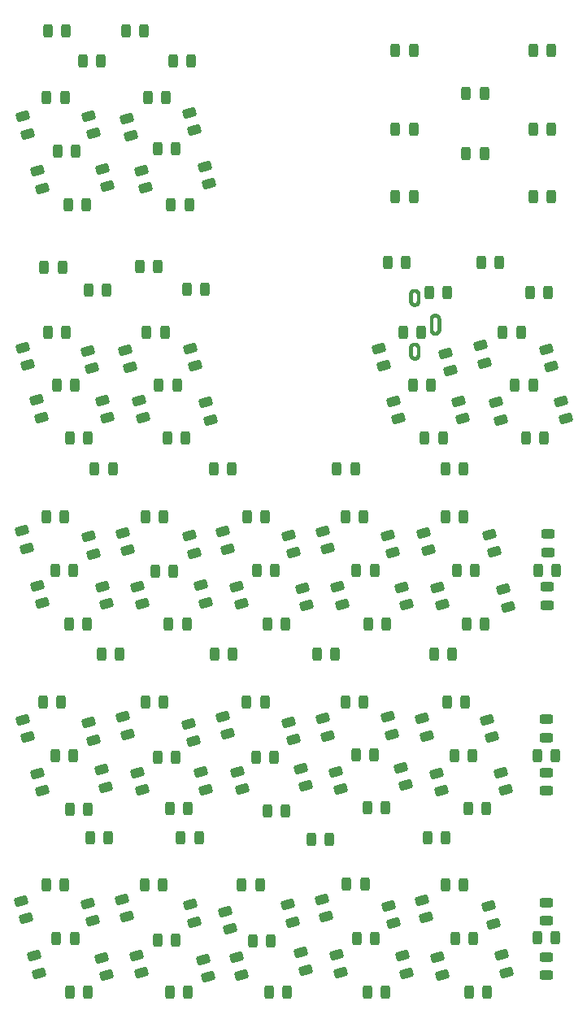
<source format=gbr>
G04 #@! TF.GenerationSoftware,KiCad,Pcbnew,7.0.5*
G04 #@! TF.CreationDate,2025-03-16T19:14:48-05:00*
G04 #@! TF.ProjectId,DSKY_led_display,44534b59-5f6c-4656-945f-646973706c61,V7*
G04 #@! TF.SameCoordinates,Original*
G04 #@! TF.FileFunction,Paste,Bot*
G04 #@! TF.FilePolarity,Positive*
%FSLAX46Y46*%
G04 Gerber Fmt 4.6, Leading zero omitted, Abs format (unit mm)*
G04 Created by KiCad (PCBNEW 7.0.5) date 2025-03-16 19:14:48*
%MOMM*%
%LPD*%
G01*
G04 APERTURE LIST*
G04 Aperture macros list*
%AMRoundRect*
0 Rectangle with rounded corners*
0 $1 Rounding radius*
0 $2 $3 $4 $5 $6 $7 $8 $9 X,Y pos of 4 corners*
0 Add a 4 corners polygon primitive as box body*
4,1,4,$2,$3,$4,$5,$6,$7,$8,$9,$2,$3,0*
0 Add four circle primitives for the rounded corners*
1,1,$1+$1,$2,$3*
1,1,$1+$1,$4,$5*
1,1,$1+$1,$6,$7*
1,1,$1+$1,$8,$9*
0 Add four rect primitives between the rounded corners*
20,1,$1+$1,$2,$3,$4,$5,0*
20,1,$1+$1,$4,$5,$6,$7,0*
20,1,$1+$1,$6,$7,$8,$9,0*
20,1,$1+$1,$8,$9,$2,$3,0*%
G04 Aperture macros list end*
%ADD10C,0.005000*%
%ADD11RoundRect,0.243750X-0.243750X-0.456250X0.243750X-0.456250X0.243750X0.456250X-0.243750X0.456250X0*%
%ADD12RoundRect,0.243750X-0.503791X0.117358X-0.377617X-0.353531X0.503791X-0.117358X0.377617X0.353531X0*%
%ADD13RoundRect,0.243750X0.503791X-0.117358X0.377617X0.353531X-0.503791X0.117358X-0.377617X-0.353531X0*%
%ADD14RoundRect,0.243750X0.456250X-0.243750X0.456250X0.243750X-0.456250X0.243750X-0.456250X-0.243750X0*%
G04 APERTURE END LIST*
G04 #@! TO.C,J1*
D10*
X78800000Y-70550000D02*
X78799246Y-70578785D01*
X78796987Y-70607491D01*
X78793229Y-70636039D01*
X78787981Y-70664351D01*
X78781259Y-70692350D01*
X78773081Y-70719959D01*
X78763469Y-70747102D01*
X78752450Y-70773705D01*
X78740054Y-70799695D01*
X78726314Y-70825000D01*
X78711269Y-70849551D01*
X78694959Y-70873282D01*
X78677430Y-70896126D01*
X78658730Y-70918022D01*
X78638909Y-70938909D01*
X78618022Y-70958730D01*
X78596126Y-70977430D01*
X78573282Y-70994959D01*
X78549551Y-71011269D01*
X78525000Y-71026314D01*
X78499695Y-71040054D01*
X78473705Y-71052450D01*
X78447102Y-71063469D01*
X78419959Y-71073081D01*
X78392350Y-71081259D01*
X78364351Y-71087981D01*
X78336039Y-71093229D01*
X78307491Y-71096987D01*
X78278785Y-71099246D01*
X78250000Y-71100000D01*
X78221215Y-71099246D01*
X78192509Y-71096987D01*
X78163961Y-71093229D01*
X78135649Y-71087981D01*
X78107650Y-71081259D01*
X78080041Y-71073081D01*
X78052898Y-71063469D01*
X78026295Y-71052450D01*
X78000305Y-71040054D01*
X77975000Y-71026314D01*
X77950449Y-71011269D01*
X77926718Y-70994959D01*
X77903874Y-70977430D01*
X77881978Y-70958730D01*
X77861091Y-70938909D01*
X77841270Y-70918022D01*
X77822570Y-70896126D01*
X77805041Y-70873282D01*
X77788731Y-70849551D01*
X77773686Y-70825000D01*
X77759946Y-70799695D01*
X77747550Y-70773705D01*
X77736531Y-70747102D01*
X77726919Y-70719959D01*
X77718741Y-70692350D01*
X77712019Y-70664351D01*
X77706771Y-70636039D01*
X77703013Y-70607491D01*
X77700754Y-70578785D01*
X77700000Y-70550000D01*
X78000000Y-70550000D01*
X78000343Y-70563084D01*
X78001370Y-70576132D01*
X78003078Y-70589109D01*
X78005463Y-70601978D01*
X78008519Y-70614705D01*
X78012236Y-70627254D01*
X78016605Y-70639592D01*
X78021614Y-70651684D01*
X78027248Y-70663498D01*
X78033494Y-70675000D01*
X78040332Y-70686160D01*
X78047746Y-70696946D01*
X78055714Y-70707330D01*
X78064214Y-70717283D01*
X78073223Y-70726777D01*
X78082717Y-70735786D01*
X78092670Y-70744286D01*
X78103054Y-70752254D01*
X78113840Y-70759668D01*
X78125000Y-70766506D01*
X78136502Y-70772752D01*
X78148316Y-70778386D01*
X78160408Y-70783395D01*
X78172746Y-70787764D01*
X78185295Y-70791481D01*
X78198022Y-70794537D01*
X78210891Y-70796922D01*
X78223868Y-70798630D01*
X78236916Y-70799657D01*
X78250000Y-70800000D01*
X78263084Y-70799657D01*
X78276132Y-70798630D01*
X78289109Y-70796922D01*
X78301978Y-70794537D01*
X78314705Y-70791481D01*
X78327254Y-70787764D01*
X78339592Y-70783395D01*
X78351684Y-70778386D01*
X78363498Y-70772752D01*
X78375000Y-70766506D01*
X78386160Y-70759668D01*
X78396946Y-70752254D01*
X78407330Y-70744286D01*
X78417283Y-70735786D01*
X78426777Y-70726777D01*
X78435786Y-70717283D01*
X78444286Y-70707330D01*
X78452254Y-70696946D01*
X78459668Y-70686160D01*
X78466506Y-70675000D01*
X78472752Y-70663498D01*
X78478386Y-70651684D01*
X78483395Y-70639592D01*
X78487764Y-70627254D01*
X78491481Y-70614705D01*
X78494537Y-70601978D01*
X78496922Y-70589109D01*
X78498630Y-70576132D01*
X78499657Y-70563084D01*
X78500000Y-70550000D01*
X78500000Y-70200000D01*
X78500000Y-69850000D01*
X78499657Y-69836916D01*
X78498630Y-69823868D01*
X78496922Y-69810891D01*
X78494537Y-69798022D01*
X78491481Y-69785295D01*
X78487764Y-69772746D01*
X78483395Y-69760408D01*
X78478386Y-69748316D01*
X78472752Y-69736502D01*
X78466506Y-69725000D01*
X78459668Y-69713840D01*
X78452254Y-69703054D01*
X78444286Y-69692670D01*
X78435786Y-69682717D01*
X78426777Y-69673223D01*
X78417283Y-69664214D01*
X78407330Y-69655714D01*
X78396946Y-69647746D01*
X78386160Y-69640332D01*
X78375000Y-69633494D01*
X78363498Y-69627248D01*
X78351684Y-69621614D01*
X78339592Y-69616605D01*
X78327254Y-69612236D01*
X78314705Y-69608519D01*
X78301978Y-69605463D01*
X78289109Y-69603078D01*
X78276132Y-69601370D01*
X78263084Y-69600343D01*
X78250000Y-69600000D01*
X78236916Y-69600343D01*
X78223868Y-69601370D01*
X78210891Y-69603078D01*
X78198022Y-69605463D01*
X78185295Y-69608519D01*
X78172746Y-69612236D01*
X78160408Y-69616605D01*
X78148316Y-69621614D01*
X78136502Y-69627248D01*
X78125000Y-69633494D01*
X78113840Y-69640332D01*
X78103054Y-69647746D01*
X78092670Y-69655714D01*
X78082717Y-69664214D01*
X78073223Y-69673223D01*
X78064214Y-69682717D01*
X78055714Y-69692670D01*
X78047746Y-69703054D01*
X78040332Y-69713840D01*
X78033494Y-69725000D01*
X78027248Y-69736502D01*
X78021614Y-69748316D01*
X78016605Y-69760408D01*
X78012236Y-69772746D01*
X78008519Y-69785295D01*
X78005463Y-69798022D01*
X78003078Y-69810891D01*
X78001370Y-69823868D01*
X78000343Y-69836916D01*
X78000000Y-69850000D01*
X78000000Y-70550000D01*
X77700000Y-70550000D01*
X77700000Y-69850000D01*
X77700754Y-69821215D01*
X77703013Y-69792509D01*
X77706771Y-69763961D01*
X77712019Y-69735649D01*
X77718741Y-69707650D01*
X77726919Y-69680041D01*
X77736531Y-69652898D01*
X77747550Y-69626295D01*
X77759946Y-69600305D01*
X77773686Y-69575000D01*
X77788731Y-69550449D01*
X77805041Y-69526718D01*
X77822570Y-69503874D01*
X77841270Y-69481978D01*
X77861091Y-69461091D01*
X77881978Y-69441270D01*
X77903874Y-69422570D01*
X77926718Y-69405041D01*
X77950449Y-69388731D01*
X77975000Y-69373686D01*
X78000305Y-69359946D01*
X78026295Y-69347550D01*
X78052898Y-69336531D01*
X78080041Y-69326919D01*
X78107650Y-69318741D01*
X78135649Y-69312019D01*
X78163961Y-69306771D01*
X78192509Y-69303013D01*
X78221215Y-69300754D01*
X78250000Y-69300000D01*
X78278785Y-69300754D01*
X78307491Y-69303013D01*
X78336039Y-69306771D01*
X78364351Y-69312019D01*
X78392350Y-69318741D01*
X78419959Y-69326919D01*
X78447102Y-69336531D01*
X78473705Y-69347550D01*
X78499695Y-69359946D01*
X78525000Y-69373686D01*
X78549551Y-69388731D01*
X78573282Y-69405041D01*
X78596126Y-69422570D01*
X78618022Y-69441270D01*
X78638909Y-69461091D01*
X78658730Y-69481978D01*
X78677430Y-69503874D01*
X78694959Y-69526718D01*
X78711269Y-69550449D01*
X78726314Y-69575000D01*
X78740054Y-69600305D01*
X78752450Y-69626295D01*
X78763469Y-69652898D01*
X78773081Y-69680041D01*
X78781259Y-69707650D01*
X78787981Y-69735649D01*
X78793229Y-69763961D01*
X78796987Y-69792509D01*
X78799246Y-69821215D01*
X78800000Y-69850000D01*
X78800000Y-70200000D01*
X78800000Y-70550000D01*
G36*
X78800000Y-70550000D02*
G01*
X78799246Y-70578785D01*
X78796987Y-70607491D01*
X78793229Y-70636039D01*
X78787981Y-70664351D01*
X78781259Y-70692350D01*
X78773081Y-70719959D01*
X78763469Y-70747102D01*
X78752450Y-70773705D01*
X78740054Y-70799695D01*
X78726314Y-70825000D01*
X78711269Y-70849551D01*
X78694959Y-70873282D01*
X78677430Y-70896126D01*
X78658730Y-70918022D01*
X78638909Y-70938909D01*
X78618022Y-70958730D01*
X78596126Y-70977430D01*
X78573282Y-70994959D01*
X78549551Y-71011269D01*
X78525000Y-71026314D01*
X78499695Y-71040054D01*
X78473705Y-71052450D01*
X78447102Y-71063469D01*
X78419959Y-71073081D01*
X78392350Y-71081259D01*
X78364351Y-71087981D01*
X78336039Y-71093229D01*
X78307491Y-71096987D01*
X78278785Y-71099246D01*
X78250000Y-71100000D01*
X78221215Y-71099246D01*
X78192509Y-71096987D01*
X78163961Y-71093229D01*
X78135649Y-71087981D01*
X78107650Y-71081259D01*
X78080041Y-71073081D01*
X78052898Y-71063469D01*
X78026295Y-71052450D01*
X78000305Y-71040054D01*
X77975000Y-71026314D01*
X77950449Y-71011269D01*
X77926718Y-70994959D01*
X77903874Y-70977430D01*
X77881978Y-70958730D01*
X77861091Y-70938909D01*
X77841270Y-70918022D01*
X77822570Y-70896126D01*
X77805041Y-70873282D01*
X77788731Y-70849551D01*
X77773686Y-70825000D01*
X77759946Y-70799695D01*
X77747550Y-70773705D01*
X77736531Y-70747102D01*
X77726919Y-70719959D01*
X77718741Y-70692350D01*
X77712019Y-70664351D01*
X77706771Y-70636039D01*
X77703013Y-70607491D01*
X77700754Y-70578785D01*
X77700000Y-70550000D01*
X78000000Y-70550000D01*
X78000343Y-70563084D01*
X78001370Y-70576132D01*
X78003078Y-70589109D01*
X78005463Y-70601978D01*
X78008519Y-70614705D01*
X78012236Y-70627254D01*
X78016605Y-70639592D01*
X78021614Y-70651684D01*
X78027248Y-70663498D01*
X78033494Y-70675000D01*
X78040332Y-70686160D01*
X78047746Y-70696946D01*
X78055714Y-70707330D01*
X78064214Y-70717283D01*
X78073223Y-70726777D01*
X78082717Y-70735786D01*
X78092670Y-70744286D01*
X78103054Y-70752254D01*
X78113840Y-70759668D01*
X78125000Y-70766506D01*
X78136502Y-70772752D01*
X78148316Y-70778386D01*
X78160408Y-70783395D01*
X78172746Y-70787764D01*
X78185295Y-70791481D01*
X78198022Y-70794537D01*
X78210891Y-70796922D01*
X78223868Y-70798630D01*
X78236916Y-70799657D01*
X78250000Y-70800000D01*
X78263084Y-70799657D01*
X78276132Y-70798630D01*
X78289109Y-70796922D01*
X78301978Y-70794537D01*
X78314705Y-70791481D01*
X78327254Y-70787764D01*
X78339592Y-70783395D01*
X78351684Y-70778386D01*
X78363498Y-70772752D01*
X78375000Y-70766506D01*
X78386160Y-70759668D01*
X78396946Y-70752254D01*
X78407330Y-70744286D01*
X78417283Y-70735786D01*
X78426777Y-70726777D01*
X78435786Y-70717283D01*
X78444286Y-70707330D01*
X78452254Y-70696946D01*
X78459668Y-70686160D01*
X78466506Y-70675000D01*
X78472752Y-70663498D01*
X78478386Y-70651684D01*
X78483395Y-70639592D01*
X78487764Y-70627254D01*
X78491481Y-70614705D01*
X78494537Y-70601978D01*
X78496922Y-70589109D01*
X78498630Y-70576132D01*
X78499657Y-70563084D01*
X78500000Y-70550000D01*
X78500000Y-70200000D01*
X78500000Y-69850000D01*
X78499657Y-69836916D01*
X78498630Y-69823868D01*
X78496922Y-69810891D01*
X78494537Y-69798022D01*
X78491481Y-69785295D01*
X78487764Y-69772746D01*
X78483395Y-69760408D01*
X78478386Y-69748316D01*
X78472752Y-69736502D01*
X78466506Y-69725000D01*
X78459668Y-69713840D01*
X78452254Y-69703054D01*
X78444286Y-69692670D01*
X78435786Y-69682717D01*
X78426777Y-69673223D01*
X78417283Y-69664214D01*
X78407330Y-69655714D01*
X78396946Y-69647746D01*
X78386160Y-69640332D01*
X78375000Y-69633494D01*
X78363498Y-69627248D01*
X78351684Y-69621614D01*
X78339592Y-69616605D01*
X78327254Y-69612236D01*
X78314705Y-69608519D01*
X78301978Y-69605463D01*
X78289109Y-69603078D01*
X78276132Y-69601370D01*
X78263084Y-69600343D01*
X78250000Y-69600000D01*
X78236916Y-69600343D01*
X78223868Y-69601370D01*
X78210891Y-69603078D01*
X78198022Y-69605463D01*
X78185295Y-69608519D01*
X78172746Y-69612236D01*
X78160408Y-69616605D01*
X78148316Y-69621614D01*
X78136502Y-69627248D01*
X78125000Y-69633494D01*
X78113840Y-69640332D01*
X78103054Y-69647746D01*
X78092670Y-69655714D01*
X78082717Y-69664214D01*
X78073223Y-69673223D01*
X78064214Y-69682717D01*
X78055714Y-69692670D01*
X78047746Y-69703054D01*
X78040332Y-69713840D01*
X78033494Y-69725000D01*
X78027248Y-69736502D01*
X78021614Y-69748316D01*
X78016605Y-69760408D01*
X78012236Y-69772746D01*
X78008519Y-69785295D01*
X78005463Y-69798022D01*
X78003078Y-69810891D01*
X78001370Y-69823868D01*
X78000343Y-69836916D01*
X78000000Y-69850000D01*
X78000000Y-70550000D01*
X77700000Y-70550000D01*
X77700000Y-69850000D01*
X77700754Y-69821215D01*
X77703013Y-69792509D01*
X77706771Y-69763961D01*
X77712019Y-69735649D01*
X77718741Y-69707650D01*
X77726919Y-69680041D01*
X77736531Y-69652898D01*
X77747550Y-69626295D01*
X77759946Y-69600305D01*
X77773686Y-69575000D01*
X77788731Y-69550449D01*
X77805041Y-69526718D01*
X77822570Y-69503874D01*
X77841270Y-69481978D01*
X77861091Y-69461091D01*
X77881978Y-69441270D01*
X77903874Y-69422570D01*
X77926718Y-69405041D01*
X77950449Y-69388731D01*
X77975000Y-69373686D01*
X78000305Y-69359946D01*
X78026295Y-69347550D01*
X78052898Y-69336531D01*
X78080041Y-69326919D01*
X78107650Y-69318741D01*
X78135649Y-69312019D01*
X78163961Y-69306771D01*
X78192509Y-69303013D01*
X78221215Y-69300754D01*
X78250000Y-69300000D01*
X78278785Y-69300754D01*
X78307491Y-69303013D01*
X78336039Y-69306771D01*
X78364351Y-69312019D01*
X78392350Y-69318741D01*
X78419959Y-69326919D01*
X78447102Y-69336531D01*
X78473705Y-69347550D01*
X78499695Y-69359946D01*
X78525000Y-69373686D01*
X78549551Y-69388731D01*
X78573282Y-69405041D01*
X78596126Y-69422570D01*
X78618022Y-69441270D01*
X78638909Y-69461091D01*
X78658730Y-69481978D01*
X78677430Y-69503874D01*
X78694959Y-69526718D01*
X78711269Y-69550449D01*
X78726314Y-69575000D01*
X78740054Y-69600305D01*
X78752450Y-69626295D01*
X78763469Y-69652898D01*
X78773081Y-69680041D01*
X78781259Y-69707650D01*
X78787981Y-69735649D01*
X78793229Y-69763961D01*
X78796987Y-69792509D01*
X78799246Y-69821215D01*
X78800000Y-69850000D01*
X78800000Y-70200000D01*
X78800000Y-70550000D01*
G37*
X80428785Y-66300754D02*
X80457491Y-66303013D01*
X80486039Y-66306771D01*
X80514351Y-66312019D01*
X80542350Y-66318741D01*
X80569959Y-66326919D01*
X80597102Y-66336531D01*
X80623705Y-66347550D01*
X80649695Y-66359946D01*
X80675000Y-66373686D01*
X80699551Y-66388731D01*
X80723282Y-66405041D01*
X80746126Y-66422570D01*
X80768022Y-66441270D01*
X80788909Y-66461091D01*
X80808730Y-66481978D01*
X80827430Y-66503874D01*
X80844959Y-66526718D01*
X80861269Y-66550449D01*
X80876314Y-66575000D01*
X80890054Y-66600305D01*
X80902450Y-66626295D01*
X80913469Y-66652898D01*
X80923081Y-66680041D01*
X80931259Y-66707650D01*
X80937981Y-66735649D01*
X80943229Y-66763961D01*
X80946987Y-66792509D01*
X80949246Y-66821215D01*
X80950000Y-66850000D01*
X80950000Y-67950000D01*
X80949246Y-67978785D01*
X80946987Y-68007491D01*
X80943229Y-68036039D01*
X80937981Y-68064351D01*
X80931259Y-68092350D01*
X80923081Y-68119959D01*
X80913469Y-68147102D01*
X80902450Y-68173705D01*
X80890054Y-68199695D01*
X80876314Y-68225000D01*
X80861269Y-68249551D01*
X80844959Y-68273282D01*
X80827430Y-68296126D01*
X80808730Y-68318022D01*
X80788909Y-68338909D01*
X80768022Y-68358730D01*
X80746126Y-68377430D01*
X80723282Y-68394959D01*
X80699551Y-68411269D01*
X80675000Y-68426314D01*
X80649695Y-68440054D01*
X80623705Y-68452450D01*
X80597102Y-68463469D01*
X80569959Y-68473081D01*
X80542350Y-68481259D01*
X80514351Y-68487981D01*
X80486039Y-68493229D01*
X80457491Y-68496987D01*
X80428785Y-68499246D01*
X80400000Y-68500000D01*
X80371215Y-68499246D01*
X80342509Y-68496987D01*
X80313961Y-68493229D01*
X80285649Y-68487981D01*
X80257650Y-68481259D01*
X80230041Y-68473081D01*
X80202898Y-68463469D01*
X80176295Y-68452450D01*
X80150305Y-68440054D01*
X80125000Y-68426314D01*
X80100449Y-68411269D01*
X80076718Y-68394959D01*
X80053874Y-68377430D01*
X80031978Y-68358730D01*
X80011091Y-68338909D01*
X79991270Y-68318022D01*
X79972570Y-68296126D01*
X79955041Y-68273282D01*
X79938731Y-68249551D01*
X79923686Y-68225000D01*
X79909946Y-68199695D01*
X79897550Y-68173705D01*
X79886531Y-68147102D01*
X79876919Y-68119959D01*
X79868741Y-68092350D01*
X79862019Y-68064351D01*
X79856771Y-68036039D01*
X79853013Y-68007491D01*
X79850754Y-67978785D01*
X79850000Y-67950000D01*
X79850000Y-67400000D01*
X80150000Y-67400000D01*
X80150000Y-67950000D01*
X80150343Y-67963084D01*
X80151370Y-67976132D01*
X80153078Y-67989109D01*
X80155463Y-68001978D01*
X80158519Y-68014705D01*
X80162236Y-68027254D01*
X80166605Y-68039592D01*
X80171614Y-68051684D01*
X80177248Y-68063498D01*
X80183494Y-68075000D01*
X80190332Y-68086160D01*
X80197746Y-68096946D01*
X80205714Y-68107330D01*
X80214214Y-68117283D01*
X80223223Y-68126777D01*
X80232717Y-68135786D01*
X80242670Y-68144286D01*
X80253054Y-68152254D01*
X80263840Y-68159668D01*
X80275000Y-68166506D01*
X80286502Y-68172752D01*
X80298316Y-68178386D01*
X80310408Y-68183395D01*
X80322746Y-68187764D01*
X80335295Y-68191481D01*
X80348022Y-68194537D01*
X80360891Y-68196922D01*
X80373868Y-68198630D01*
X80386916Y-68199657D01*
X80400000Y-68200000D01*
X80413084Y-68199657D01*
X80426132Y-68198630D01*
X80439109Y-68196922D01*
X80451978Y-68194537D01*
X80464705Y-68191481D01*
X80477254Y-68187764D01*
X80489592Y-68183395D01*
X80501684Y-68178386D01*
X80513498Y-68172752D01*
X80525000Y-68166506D01*
X80536160Y-68159668D01*
X80546946Y-68152254D01*
X80557330Y-68144286D01*
X80567283Y-68135786D01*
X80576777Y-68126777D01*
X80585786Y-68117283D01*
X80594286Y-68107330D01*
X80602254Y-68096946D01*
X80609668Y-68086160D01*
X80616506Y-68075000D01*
X80622752Y-68063498D01*
X80628386Y-68051684D01*
X80633395Y-68039592D01*
X80637764Y-68027254D01*
X80641481Y-68014705D01*
X80644537Y-68001978D01*
X80646922Y-67989109D01*
X80648630Y-67976132D01*
X80649657Y-67963084D01*
X80650000Y-67950000D01*
X80650000Y-66850000D01*
X80649657Y-66836916D01*
X80648630Y-66823868D01*
X80646922Y-66810891D01*
X80644537Y-66798022D01*
X80641481Y-66785295D01*
X80637764Y-66772746D01*
X80633395Y-66760408D01*
X80628386Y-66748316D01*
X80622752Y-66736502D01*
X80616506Y-66725000D01*
X80609668Y-66713840D01*
X80602254Y-66703054D01*
X80594286Y-66692670D01*
X80585786Y-66682717D01*
X80576777Y-66673223D01*
X80567283Y-66664214D01*
X80557330Y-66655714D01*
X80546946Y-66647746D01*
X80536160Y-66640332D01*
X80525000Y-66633494D01*
X80513498Y-66627248D01*
X80501684Y-66621614D01*
X80489592Y-66616605D01*
X80477254Y-66612236D01*
X80464705Y-66608519D01*
X80451978Y-66605463D01*
X80439109Y-66603078D01*
X80426132Y-66601370D01*
X80413084Y-66600343D01*
X80400000Y-66600000D01*
X80386916Y-66600343D01*
X80373868Y-66601370D01*
X80360891Y-66603078D01*
X80348022Y-66605463D01*
X80335295Y-66608519D01*
X80322746Y-66612236D01*
X80310408Y-66616605D01*
X80298316Y-66621614D01*
X80286502Y-66627248D01*
X80275000Y-66633494D01*
X80263840Y-66640332D01*
X80253054Y-66647746D01*
X80242670Y-66655714D01*
X80232717Y-66664214D01*
X80223223Y-66673223D01*
X80214214Y-66682717D01*
X80205714Y-66692670D01*
X80197746Y-66703054D01*
X80190332Y-66713840D01*
X80183494Y-66725000D01*
X80177248Y-66736502D01*
X80171614Y-66748316D01*
X80166605Y-66760408D01*
X80162236Y-66772746D01*
X80158519Y-66785295D01*
X80155463Y-66798022D01*
X80153078Y-66810891D01*
X80151370Y-66823868D01*
X80150343Y-66836916D01*
X80150000Y-66850000D01*
X80150000Y-67400000D01*
X79850000Y-67400000D01*
X79850000Y-66850000D01*
X79850754Y-66821215D01*
X79853013Y-66792509D01*
X79856771Y-66763961D01*
X79862019Y-66735649D01*
X79868741Y-66707650D01*
X79876919Y-66680041D01*
X79886531Y-66652898D01*
X79897550Y-66626295D01*
X79909946Y-66600305D01*
X79923686Y-66575000D01*
X79938731Y-66550449D01*
X79955041Y-66526718D01*
X79972570Y-66503874D01*
X79991270Y-66481978D01*
X80011091Y-66461091D01*
X80031978Y-66441270D01*
X80053874Y-66422570D01*
X80076718Y-66405041D01*
X80100449Y-66388731D01*
X80125000Y-66373686D01*
X80150305Y-66359946D01*
X80176295Y-66347550D01*
X80202898Y-66336531D01*
X80230041Y-66326919D01*
X80257650Y-66318741D01*
X80285649Y-66312019D01*
X80313961Y-66306771D01*
X80342509Y-66303013D01*
X80371215Y-66300754D01*
X80400000Y-66300000D01*
X80428785Y-66300754D01*
G36*
X80428785Y-66300754D02*
G01*
X80457491Y-66303013D01*
X80486039Y-66306771D01*
X80514351Y-66312019D01*
X80542350Y-66318741D01*
X80569959Y-66326919D01*
X80597102Y-66336531D01*
X80623705Y-66347550D01*
X80649695Y-66359946D01*
X80675000Y-66373686D01*
X80699551Y-66388731D01*
X80723282Y-66405041D01*
X80746126Y-66422570D01*
X80768022Y-66441270D01*
X80788909Y-66461091D01*
X80808730Y-66481978D01*
X80827430Y-66503874D01*
X80844959Y-66526718D01*
X80861269Y-66550449D01*
X80876314Y-66575000D01*
X80890054Y-66600305D01*
X80902450Y-66626295D01*
X80913469Y-66652898D01*
X80923081Y-66680041D01*
X80931259Y-66707650D01*
X80937981Y-66735649D01*
X80943229Y-66763961D01*
X80946987Y-66792509D01*
X80949246Y-66821215D01*
X80950000Y-66850000D01*
X80950000Y-67950000D01*
X80949246Y-67978785D01*
X80946987Y-68007491D01*
X80943229Y-68036039D01*
X80937981Y-68064351D01*
X80931259Y-68092350D01*
X80923081Y-68119959D01*
X80913469Y-68147102D01*
X80902450Y-68173705D01*
X80890054Y-68199695D01*
X80876314Y-68225000D01*
X80861269Y-68249551D01*
X80844959Y-68273282D01*
X80827430Y-68296126D01*
X80808730Y-68318022D01*
X80788909Y-68338909D01*
X80768022Y-68358730D01*
X80746126Y-68377430D01*
X80723282Y-68394959D01*
X80699551Y-68411269D01*
X80675000Y-68426314D01*
X80649695Y-68440054D01*
X80623705Y-68452450D01*
X80597102Y-68463469D01*
X80569959Y-68473081D01*
X80542350Y-68481259D01*
X80514351Y-68487981D01*
X80486039Y-68493229D01*
X80457491Y-68496987D01*
X80428785Y-68499246D01*
X80400000Y-68500000D01*
X80371215Y-68499246D01*
X80342509Y-68496987D01*
X80313961Y-68493229D01*
X80285649Y-68487981D01*
X80257650Y-68481259D01*
X80230041Y-68473081D01*
X80202898Y-68463469D01*
X80176295Y-68452450D01*
X80150305Y-68440054D01*
X80125000Y-68426314D01*
X80100449Y-68411269D01*
X80076718Y-68394959D01*
X80053874Y-68377430D01*
X80031978Y-68358730D01*
X80011091Y-68338909D01*
X79991270Y-68318022D01*
X79972570Y-68296126D01*
X79955041Y-68273282D01*
X79938731Y-68249551D01*
X79923686Y-68225000D01*
X79909946Y-68199695D01*
X79897550Y-68173705D01*
X79886531Y-68147102D01*
X79876919Y-68119959D01*
X79868741Y-68092350D01*
X79862019Y-68064351D01*
X79856771Y-68036039D01*
X79853013Y-68007491D01*
X79850754Y-67978785D01*
X79850000Y-67950000D01*
X79850000Y-67400000D01*
X80150000Y-67400000D01*
X80150000Y-67950000D01*
X80150343Y-67963084D01*
X80151370Y-67976132D01*
X80153078Y-67989109D01*
X80155463Y-68001978D01*
X80158519Y-68014705D01*
X80162236Y-68027254D01*
X80166605Y-68039592D01*
X80171614Y-68051684D01*
X80177248Y-68063498D01*
X80183494Y-68075000D01*
X80190332Y-68086160D01*
X80197746Y-68096946D01*
X80205714Y-68107330D01*
X80214214Y-68117283D01*
X80223223Y-68126777D01*
X80232717Y-68135786D01*
X80242670Y-68144286D01*
X80253054Y-68152254D01*
X80263840Y-68159668D01*
X80275000Y-68166506D01*
X80286502Y-68172752D01*
X80298316Y-68178386D01*
X80310408Y-68183395D01*
X80322746Y-68187764D01*
X80335295Y-68191481D01*
X80348022Y-68194537D01*
X80360891Y-68196922D01*
X80373868Y-68198630D01*
X80386916Y-68199657D01*
X80400000Y-68200000D01*
X80413084Y-68199657D01*
X80426132Y-68198630D01*
X80439109Y-68196922D01*
X80451978Y-68194537D01*
X80464705Y-68191481D01*
X80477254Y-68187764D01*
X80489592Y-68183395D01*
X80501684Y-68178386D01*
X80513498Y-68172752D01*
X80525000Y-68166506D01*
X80536160Y-68159668D01*
X80546946Y-68152254D01*
X80557330Y-68144286D01*
X80567283Y-68135786D01*
X80576777Y-68126777D01*
X80585786Y-68117283D01*
X80594286Y-68107330D01*
X80602254Y-68096946D01*
X80609668Y-68086160D01*
X80616506Y-68075000D01*
X80622752Y-68063498D01*
X80628386Y-68051684D01*
X80633395Y-68039592D01*
X80637764Y-68027254D01*
X80641481Y-68014705D01*
X80644537Y-68001978D01*
X80646922Y-67989109D01*
X80648630Y-67976132D01*
X80649657Y-67963084D01*
X80650000Y-67950000D01*
X80650000Y-66850000D01*
X80649657Y-66836916D01*
X80648630Y-66823868D01*
X80646922Y-66810891D01*
X80644537Y-66798022D01*
X80641481Y-66785295D01*
X80637764Y-66772746D01*
X80633395Y-66760408D01*
X80628386Y-66748316D01*
X80622752Y-66736502D01*
X80616506Y-66725000D01*
X80609668Y-66713840D01*
X80602254Y-66703054D01*
X80594286Y-66692670D01*
X80585786Y-66682717D01*
X80576777Y-66673223D01*
X80567283Y-66664214D01*
X80557330Y-66655714D01*
X80546946Y-66647746D01*
X80536160Y-66640332D01*
X80525000Y-66633494D01*
X80513498Y-66627248D01*
X80501684Y-66621614D01*
X80489592Y-66616605D01*
X80477254Y-66612236D01*
X80464705Y-66608519D01*
X80451978Y-66605463D01*
X80439109Y-66603078D01*
X80426132Y-66601370D01*
X80413084Y-66600343D01*
X80400000Y-66600000D01*
X80386916Y-66600343D01*
X80373868Y-66601370D01*
X80360891Y-66603078D01*
X80348022Y-66605463D01*
X80335295Y-66608519D01*
X80322746Y-66612236D01*
X80310408Y-66616605D01*
X80298316Y-66621614D01*
X80286502Y-66627248D01*
X80275000Y-66633494D01*
X80263840Y-66640332D01*
X80253054Y-66647746D01*
X80242670Y-66655714D01*
X80232717Y-66664214D01*
X80223223Y-66673223D01*
X80214214Y-66682717D01*
X80205714Y-66692670D01*
X80197746Y-66703054D01*
X80190332Y-66713840D01*
X80183494Y-66725000D01*
X80177248Y-66736502D01*
X80171614Y-66748316D01*
X80166605Y-66760408D01*
X80162236Y-66772746D01*
X80158519Y-66785295D01*
X80155463Y-66798022D01*
X80153078Y-66810891D01*
X80151370Y-66823868D01*
X80150343Y-66836916D01*
X80150000Y-66850000D01*
X80150000Y-67400000D01*
X79850000Y-67400000D01*
X79850000Y-66850000D01*
X79850754Y-66821215D01*
X79853013Y-66792509D01*
X79856771Y-66763961D01*
X79862019Y-66735649D01*
X79868741Y-66707650D01*
X79876919Y-66680041D01*
X79886531Y-66652898D01*
X79897550Y-66626295D01*
X79909946Y-66600305D01*
X79923686Y-66575000D01*
X79938731Y-66550449D01*
X79955041Y-66526718D01*
X79972570Y-66503874D01*
X79991270Y-66481978D01*
X80011091Y-66461091D01*
X80031978Y-66441270D01*
X80053874Y-66422570D01*
X80076718Y-66405041D01*
X80100449Y-66388731D01*
X80125000Y-66373686D01*
X80150305Y-66359946D01*
X80176295Y-66347550D01*
X80202898Y-66336531D01*
X80230041Y-66326919D01*
X80257650Y-66318741D01*
X80285649Y-66312019D01*
X80313961Y-66306771D01*
X80342509Y-66303013D01*
X80371215Y-66300754D01*
X80400000Y-66300000D01*
X80428785Y-66300754D01*
G37*
X78800000Y-64950000D02*
X78799246Y-64978785D01*
X78796987Y-65007491D01*
X78793229Y-65036039D01*
X78787981Y-65064351D01*
X78781259Y-65092350D01*
X78773081Y-65119959D01*
X78763469Y-65147102D01*
X78752450Y-65173705D01*
X78740054Y-65199695D01*
X78726314Y-65225000D01*
X78711269Y-65249551D01*
X78694959Y-65273282D01*
X78677430Y-65296126D01*
X78658730Y-65318022D01*
X78638909Y-65338909D01*
X78618022Y-65358730D01*
X78596126Y-65377430D01*
X78573282Y-65394959D01*
X78549551Y-65411269D01*
X78525000Y-65426314D01*
X78499695Y-65440054D01*
X78473705Y-65452450D01*
X78447102Y-65463469D01*
X78419959Y-65473081D01*
X78392350Y-65481259D01*
X78364351Y-65487981D01*
X78336039Y-65493229D01*
X78307491Y-65496987D01*
X78278785Y-65499246D01*
X78250000Y-65500000D01*
X78221215Y-65499246D01*
X78192509Y-65496987D01*
X78163961Y-65493229D01*
X78135649Y-65487981D01*
X78107650Y-65481259D01*
X78080041Y-65473081D01*
X78052898Y-65463469D01*
X78026295Y-65452450D01*
X78000305Y-65440054D01*
X77975000Y-65426314D01*
X77950449Y-65411269D01*
X77926718Y-65394959D01*
X77903874Y-65377430D01*
X77881978Y-65358730D01*
X77861091Y-65338909D01*
X77841270Y-65318022D01*
X77822570Y-65296126D01*
X77805041Y-65273282D01*
X77788731Y-65249551D01*
X77773686Y-65225000D01*
X77759946Y-65199695D01*
X77747550Y-65173705D01*
X77736531Y-65147102D01*
X77726919Y-65119959D01*
X77718741Y-65092350D01*
X77712019Y-65064351D01*
X77706771Y-65036039D01*
X77703013Y-65007491D01*
X77700754Y-64978785D01*
X77700000Y-64950000D01*
X78000000Y-64950000D01*
X78000343Y-64963084D01*
X78001370Y-64976132D01*
X78003078Y-64989109D01*
X78005463Y-65001978D01*
X78008519Y-65014705D01*
X78012236Y-65027254D01*
X78016605Y-65039592D01*
X78021614Y-65051684D01*
X78027248Y-65063498D01*
X78033494Y-65075000D01*
X78040332Y-65086160D01*
X78047746Y-65096946D01*
X78055714Y-65107330D01*
X78064214Y-65117283D01*
X78073223Y-65126777D01*
X78082717Y-65135786D01*
X78092670Y-65144286D01*
X78103054Y-65152254D01*
X78113840Y-65159668D01*
X78125000Y-65166506D01*
X78136502Y-65172752D01*
X78148316Y-65178386D01*
X78160408Y-65183395D01*
X78172746Y-65187764D01*
X78185295Y-65191481D01*
X78198022Y-65194537D01*
X78210891Y-65196922D01*
X78223868Y-65198630D01*
X78236916Y-65199657D01*
X78250000Y-65200000D01*
X78263084Y-65199657D01*
X78276132Y-65198630D01*
X78289109Y-65196922D01*
X78301978Y-65194537D01*
X78314705Y-65191481D01*
X78327254Y-65187764D01*
X78339592Y-65183395D01*
X78351684Y-65178386D01*
X78363498Y-65172752D01*
X78375000Y-65166506D01*
X78386160Y-65159668D01*
X78396946Y-65152254D01*
X78407330Y-65144286D01*
X78417283Y-65135786D01*
X78426777Y-65126777D01*
X78435786Y-65117283D01*
X78444286Y-65107330D01*
X78452254Y-65096946D01*
X78459668Y-65086160D01*
X78466506Y-65075000D01*
X78472752Y-65063498D01*
X78478386Y-65051684D01*
X78483395Y-65039592D01*
X78487764Y-65027254D01*
X78491481Y-65014705D01*
X78494537Y-65001978D01*
X78496922Y-64989109D01*
X78498630Y-64976132D01*
X78499657Y-64963084D01*
X78500000Y-64950000D01*
X78500000Y-64600000D01*
X78500000Y-64250000D01*
X78499657Y-64236916D01*
X78498630Y-64223868D01*
X78496922Y-64210891D01*
X78494537Y-64198022D01*
X78491481Y-64185295D01*
X78487764Y-64172746D01*
X78483395Y-64160408D01*
X78478386Y-64148316D01*
X78472752Y-64136502D01*
X78466506Y-64125000D01*
X78459668Y-64113840D01*
X78452254Y-64103054D01*
X78444286Y-64092670D01*
X78435786Y-64082717D01*
X78426777Y-64073223D01*
X78417283Y-64064214D01*
X78407330Y-64055714D01*
X78396946Y-64047746D01*
X78386160Y-64040332D01*
X78375000Y-64033494D01*
X78363498Y-64027248D01*
X78351684Y-64021614D01*
X78339592Y-64016605D01*
X78327254Y-64012236D01*
X78314705Y-64008519D01*
X78301978Y-64005463D01*
X78289109Y-64003078D01*
X78276132Y-64001370D01*
X78263084Y-64000343D01*
X78250000Y-64000000D01*
X78236916Y-64000343D01*
X78223868Y-64001370D01*
X78210891Y-64003078D01*
X78198022Y-64005463D01*
X78185295Y-64008519D01*
X78172746Y-64012236D01*
X78160408Y-64016605D01*
X78148316Y-64021614D01*
X78136502Y-64027248D01*
X78125000Y-64033494D01*
X78113840Y-64040332D01*
X78103054Y-64047746D01*
X78092670Y-64055714D01*
X78082717Y-64064214D01*
X78073223Y-64073223D01*
X78064214Y-64082717D01*
X78055714Y-64092670D01*
X78047746Y-64103054D01*
X78040332Y-64113840D01*
X78033494Y-64125000D01*
X78027248Y-64136502D01*
X78021614Y-64148316D01*
X78016605Y-64160408D01*
X78012236Y-64172746D01*
X78008519Y-64185295D01*
X78005463Y-64198022D01*
X78003078Y-64210891D01*
X78001370Y-64223868D01*
X78000343Y-64236916D01*
X78000000Y-64250000D01*
X78000000Y-64950000D01*
X77700000Y-64950000D01*
X77700000Y-64250000D01*
X77700754Y-64221215D01*
X77703013Y-64192509D01*
X77706771Y-64163961D01*
X77712019Y-64135649D01*
X77718741Y-64107650D01*
X77726919Y-64080041D01*
X77736531Y-64052898D01*
X77747550Y-64026295D01*
X77759946Y-64000305D01*
X77773686Y-63975000D01*
X77788731Y-63950449D01*
X77805041Y-63926718D01*
X77822570Y-63903874D01*
X77841270Y-63881978D01*
X77861091Y-63861091D01*
X77881978Y-63841270D01*
X77903874Y-63822570D01*
X77926718Y-63805041D01*
X77950449Y-63788731D01*
X77975000Y-63773686D01*
X78000305Y-63759946D01*
X78026295Y-63747550D01*
X78052898Y-63736531D01*
X78080041Y-63726919D01*
X78107650Y-63718741D01*
X78135649Y-63712019D01*
X78163961Y-63706771D01*
X78192509Y-63703013D01*
X78221215Y-63700754D01*
X78250000Y-63700000D01*
X78278785Y-63700754D01*
X78307491Y-63703013D01*
X78336039Y-63706771D01*
X78364351Y-63712019D01*
X78392350Y-63718741D01*
X78419959Y-63726919D01*
X78447102Y-63736531D01*
X78473705Y-63747550D01*
X78499695Y-63759946D01*
X78525000Y-63773686D01*
X78549551Y-63788731D01*
X78573282Y-63805041D01*
X78596126Y-63822570D01*
X78618022Y-63841270D01*
X78638909Y-63861091D01*
X78658730Y-63881978D01*
X78677430Y-63903874D01*
X78694959Y-63926718D01*
X78711269Y-63950449D01*
X78726314Y-63975000D01*
X78740054Y-64000305D01*
X78752450Y-64026295D01*
X78763469Y-64052898D01*
X78773081Y-64080041D01*
X78781259Y-64107650D01*
X78787981Y-64135649D01*
X78793229Y-64163961D01*
X78796987Y-64192509D01*
X78799246Y-64221215D01*
X78800000Y-64250000D01*
X78800000Y-64600000D01*
X78800000Y-64950000D01*
G36*
X78800000Y-64950000D02*
G01*
X78799246Y-64978785D01*
X78796987Y-65007491D01*
X78793229Y-65036039D01*
X78787981Y-65064351D01*
X78781259Y-65092350D01*
X78773081Y-65119959D01*
X78763469Y-65147102D01*
X78752450Y-65173705D01*
X78740054Y-65199695D01*
X78726314Y-65225000D01*
X78711269Y-65249551D01*
X78694959Y-65273282D01*
X78677430Y-65296126D01*
X78658730Y-65318022D01*
X78638909Y-65338909D01*
X78618022Y-65358730D01*
X78596126Y-65377430D01*
X78573282Y-65394959D01*
X78549551Y-65411269D01*
X78525000Y-65426314D01*
X78499695Y-65440054D01*
X78473705Y-65452450D01*
X78447102Y-65463469D01*
X78419959Y-65473081D01*
X78392350Y-65481259D01*
X78364351Y-65487981D01*
X78336039Y-65493229D01*
X78307491Y-65496987D01*
X78278785Y-65499246D01*
X78250000Y-65500000D01*
X78221215Y-65499246D01*
X78192509Y-65496987D01*
X78163961Y-65493229D01*
X78135649Y-65487981D01*
X78107650Y-65481259D01*
X78080041Y-65473081D01*
X78052898Y-65463469D01*
X78026295Y-65452450D01*
X78000305Y-65440054D01*
X77975000Y-65426314D01*
X77950449Y-65411269D01*
X77926718Y-65394959D01*
X77903874Y-65377430D01*
X77881978Y-65358730D01*
X77861091Y-65338909D01*
X77841270Y-65318022D01*
X77822570Y-65296126D01*
X77805041Y-65273282D01*
X77788731Y-65249551D01*
X77773686Y-65225000D01*
X77759946Y-65199695D01*
X77747550Y-65173705D01*
X77736531Y-65147102D01*
X77726919Y-65119959D01*
X77718741Y-65092350D01*
X77712019Y-65064351D01*
X77706771Y-65036039D01*
X77703013Y-65007491D01*
X77700754Y-64978785D01*
X77700000Y-64950000D01*
X78000000Y-64950000D01*
X78000343Y-64963084D01*
X78001370Y-64976132D01*
X78003078Y-64989109D01*
X78005463Y-65001978D01*
X78008519Y-65014705D01*
X78012236Y-65027254D01*
X78016605Y-65039592D01*
X78021614Y-65051684D01*
X78027248Y-65063498D01*
X78033494Y-65075000D01*
X78040332Y-65086160D01*
X78047746Y-65096946D01*
X78055714Y-65107330D01*
X78064214Y-65117283D01*
X78073223Y-65126777D01*
X78082717Y-65135786D01*
X78092670Y-65144286D01*
X78103054Y-65152254D01*
X78113840Y-65159668D01*
X78125000Y-65166506D01*
X78136502Y-65172752D01*
X78148316Y-65178386D01*
X78160408Y-65183395D01*
X78172746Y-65187764D01*
X78185295Y-65191481D01*
X78198022Y-65194537D01*
X78210891Y-65196922D01*
X78223868Y-65198630D01*
X78236916Y-65199657D01*
X78250000Y-65200000D01*
X78263084Y-65199657D01*
X78276132Y-65198630D01*
X78289109Y-65196922D01*
X78301978Y-65194537D01*
X78314705Y-65191481D01*
X78327254Y-65187764D01*
X78339592Y-65183395D01*
X78351684Y-65178386D01*
X78363498Y-65172752D01*
X78375000Y-65166506D01*
X78386160Y-65159668D01*
X78396946Y-65152254D01*
X78407330Y-65144286D01*
X78417283Y-65135786D01*
X78426777Y-65126777D01*
X78435786Y-65117283D01*
X78444286Y-65107330D01*
X78452254Y-65096946D01*
X78459668Y-65086160D01*
X78466506Y-65075000D01*
X78472752Y-65063498D01*
X78478386Y-65051684D01*
X78483395Y-65039592D01*
X78487764Y-65027254D01*
X78491481Y-65014705D01*
X78494537Y-65001978D01*
X78496922Y-64989109D01*
X78498630Y-64976132D01*
X78499657Y-64963084D01*
X78500000Y-64950000D01*
X78500000Y-64600000D01*
X78500000Y-64250000D01*
X78499657Y-64236916D01*
X78498630Y-64223868D01*
X78496922Y-64210891D01*
X78494537Y-64198022D01*
X78491481Y-64185295D01*
X78487764Y-64172746D01*
X78483395Y-64160408D01*
X78478386Y-64148316D01*
X78472752Y-64136502D01*
X78466506Y-64125000D01*
X78459668Y-64113840D01*
X78452254Y-64103054D01*
X78444286Y-64092670D01*
X78435786Y-64082717D01*
X78426777Y-64073223D01*
X78417283Y-64064214D01*
X78407330Y-64055714D01*
X78396946Y-64047746D01*
X78386160Y-64040332D01*
X78375000Y-64033494D01*
X78363498Y-64027248D01*
X78351684Y-64021614D01*
X78339592Y-64016605D01*
X78327254Y-64012236D01*
X78314705Y-64008519D01*
X78301978Y-64005463D01*
X78289109Y-64003078D01*
X78276132Y-64001370D01*
X78263084Y-64000343D01*
X78250000Y-64000000D01*
X78236916Y-64000343D01*
X78223868Y-64001370D01*
X78210891Y-64003078D01*
X78198022Y-64005463D01*
X78185295Y-64008519D01*
X78172746Y-64012236D01*
X78160408Y-64016605D01*
X78148316Y-64021614D01*
X78136502Y-64027248D01*
X78125000Y-64033494D01*
X78113840Y-64040332D01*
X78103054Y-64047746D01*
X78092670Y-64055714D01*
X78082717Y-64064214D01*
X78073223Y-64073223D01*
X78064214Y-64082717D01*
X78055714Y-64092670D01*
X78047746Y-64103054D01*
X78040332Y-64113840D01*
X78033494Y-64125000D01*
X78027248Y-64136502D01*
X78021614Y-64148316D01*
X78016605Y-64160408D01*
X78012236Y-64172746D01*
X78008519Y-64185295D01*
X78005463Y-64198022D01*
X78003078Y-64210891D01*
X78001370Y-64223868D01*
X78000343Y-64236916D01*
X78000000Y-64250000D01*
X78000000Y-64950000D01*
X77700000Y-64950000D01*
X77700000Y-64250000D01*
X77700754Y-64221215D01*
X77703013Y-64192509D01*
X77706771Y-64163961D01*
X77712019Y-64135649D01*
X77718741Y-64107650D01*
X77726919Y-64080041D01*
X77736531Y-64052898D01*
X77747550Y-64026295D01*
X77759946Y-64000305D01*
X77773686Y-63975000D01*
X77788731Y-63950449D01*
X77805041Y-63926718D01*
X77822570Y-63903874D01*
X77841270Y-63881978D01*
X77861091Y-63861091D01*
X77881978Y-63841270D01*
X77903874Y-63822570D01*
X77926718Y-63805041D01*
X77950449Y-63788731D01*
X77975000Y-63773686D01*
X78000305Y-63759946D01*
X78026295Y-63747550D01*
X78052898Y-63736531D01*
X78080041Y-63726919D01*
X78107650Y-63718741D01*
X78135649Y-63712019D01*
X78163961Y-63706771D01*
X78192509Y-63703013D01*
X78221215Y-63700754D01*
X78250000Y-63700000D01*
X78278785Y-63700754D01*
X78307491Y-63703013D01*
X78336039Y-63706771D01*
X78364351Y-63712019D01*
X78392350Y-63718741D01*
X78419959Y-63726919D01*
X78447102Y-63736531D01*
X78473705Y-63747550D01*
X78499695Y-63759946D01*
X78525000Y-63773686D01*
X78549551Y-63788731D01*
X78573282Y-63805041D01*
X78596126Y-63822570D01*
X78618022Y-63841270D01*
X78638909Y-63861091D01*
X78658730Y-63881978D01*
X78677430Y-63903874D01*
X78694959Y-63926718D01*
X78711269Y-63950449D01*
X78726314Y-63975000D01*
X78740054Y-64000305D01*
X78752450Y-64026295D01*
X78763469Y-64052898D01*
X78773081Y-64080041D01*
X78781259Y-64107650D01*
X78787981Y-64135649D01*
X78793229Y-64163961D01*
X78796987Y-64192509D01*
X78799246Y-64221215D01*
X78800000Y-64250000D01*
X78800000Y-64600000D01*
X78800000Y-64950000D01*
G37*
G04 #@! TD*
D11*
G04 #@! TO.C,D3*
X90604100Y-38862000D03*
X92479100Y-38862000D03*
G04 #@! TD*
G04 #@! TO.C,D4*
X76278500Y-38862000D03*
X78153500Y-38862000D03*
G04 #@! TD*
G04 #@! TO.C,D5*
X48236900Y-36830000D03*
X50111900Y-36830000D03*
G04 #@! TD*
G04 #@! TO.C,D6*
X40058100Y-36830000D03*
X41933100Y-36830000D03*
G04 #@! TD*
G04 #@! TO.C,D7*
X83644500Y-43332400D03*
X85519500Y-43332400D03*
G04 #@! TD*
G04 #@! TO.C,D8*
X53113700Y-39979600D03*
X54988700Y-39979600D03*
G04 #@! TD*
G04 #@! TO.C,D9*
X43715700Y-39979600D03*
X45590700Y-39979600D03*
G04 #@! TD*
G04 #@! TO.C,D10*
X90604100Y-47040800D03*
X92479100Y-47040800D03*
G04 #@! TD*
G04 #@! TO.C,D11*
X76278500Y-47040800D03*
X78153500Y-47040800D03*
G04 #@! TD*
G04 #@! TO.C,D12*
X83644500Y-49631600D03*
X85519500Y-49631600D03*
G04 #@! TD*
G04 #@! TO.C,D13*
X90604100Y-54051200D03*
X92479100Y-54051200D03*
G04 #@! TD*
G04 #@! TO.C,D14*
X76278500Y-54051200D03*
X78153500Y-54051200D03*
G04 #@! TD*
G04 #@! TO.C,D15*
X50472100Y-43789600D03*
X52347100Y-43789600D03*
G04 #@! TD*
G04 #@! TO.C,D16*
X39956500Y-43789600D03*
X41831500Y-43789600D03*
G04 #@! TD*
D12*
G04 #@! TO.C,D17*
X54824557Y-45373245D03*
X55309843Y-47184355D03*
G04 #@! TD*
G04 #@! TO.C,D18*
X44359757Y-45678045D03*
X44845043Y-47489155D03*
G04 #@! TD*
G04 #@! TO.C,D19*
X48271357Y-45932045D03*
X48756643Y-47743155D03*
G04 #@! TD*
G04 #@! TO.C,D20*
X37450957Y-45728845D03*
X37936243Y-47539955D03*
G04 #@! TD*
D11*
G04 #@! TO.C,D21*
X51488100Y-49123600D03*
X53363100Y-49123600D03*
G04 #@! TD*
G04 #@! TO.C,D22*
X41124900Y-49377600D03*
X42999900Y-49377600D03*
G04 #@! TD*
D12*
G04 #@! TO.C,D23*
X49795357Y-51367645D03*
X50280643Y-53178755D03*
G04 #@! TD*
G04 #@! TO.C,D24*
X39025757Y-51418445D03*
X39511043Y-53229555D03*
G04 #@! TD*
G04 #@! TO.C,D25*
X56399357Y-50961245D03*
X56884643Y-52772355D03*
G04 #@! TD*
G04 #@! TO.C,D26*
X45782157Y-51215245D03*
X46267443Y-53026355D03*
G04 #@! TD*
D11*
G04 #@! TO.C,D27*
X52910500Y-54914800D03*
X54785500Y-54914800D03*
G04 #@! TD*
G04 #@! TO.C,D28*
X42191700Y-54914800D03*
X44066700Y-54914800D03*
G04 #@! TD*
G04 #@! TO.C,D29*
X85219300Y-60960000D03*
X87094300Y-60960000D03*
G04 #@! TD*
G04 #@! TO.C,D30*
X75465700Y-60960000D03*
X77340700Y-60960000D03*
G04 #@! TD*
G04 #@! TO.C,D31*
X49659300Y-61366400D03*
X51534300Y-61366400D03*
G04 #@! TD*
G04 #@! TO.C,D32*
X39702500Y-61468000D03*
X41577500Y-61468000D03*
G04 #@! TD*
G04 #@! TO.C,D33*
X90299300Y-64109600D03*
X92174300Y-64109600D03*
G04 #@! TD*
G04 #@! TO.C,D34*
X79783700Y-64109600D03*
X81658700Y-64109600D03*
G04 #@! TD*
G04 #@! TO.C,D35*
X54586900Y-63754000D03*
X56461900Y-63754000D03*
G04 #@! TD*
G04 #@! TO.C,D36*
X44325300Y-63855600D03*
X46200300Y-63855600D03*
G04 #@! TD*
G04 #@! TO.C,D37*
X87454500Y-68224400D03*
X89329500Y-68224400D03*
G04 #@! TD*
G04 #@! TO.C,D38*
X77091300Y-68224400D03*
X78966300Y-68224400D03*
G04 #@! TD*
G04 #@! TO.C,D39*
X50370500Y-68224400D03*
X52245500Y-68224400D03*
G04 #@! TD*
G04 #@! TO.C,D40*
X40108900Y-68224400D03*
X41983900Y-68224400D03*
G04 #@! TD*
D12*
G04 #@! TO.C,D41*
X92010157Y-70011245D03*
X92495443Y-71822355D03*
G04 #@! TD*
G04 #@! TO.C,D42*
X81494557Y-70417645D03*
X81979843Y-72228755D03*
G04 #@! TD*
G04 #@! TO.C,D43*
X85101357Y-69604845D03*
X85586643Y-71415955D03*
G04 #@! TD*
G04 #@! TO.C,D44*
X74585757Y-69909645D03*
X75071043Y-71720755D03*
G04 #@! TD*
G04 #@! TO.C,D45*
X54926157Y-69909645D03*
X55411443Y-71720755D03*
G04 #@! TD*
G04 #@! TO.C,D46*
X44207357Y-70163645D03*
X44692643Y-71974755D03*
G04 #@! TD*
G04 #@! TO.C,D47*
X48169757Y-70062045D03*
X48655043Y-71873155D03*
G04 #@! TD*
G04 #@! TO.C,D48*
X37501757Y-69808045D03*
X37987043Y-71619155D03*
G04 #@! TD*
D11*
G04 #@! TO.C,D49*
X88724500Y-73761600D03*
X90599500Y-73761600D03*
G04 #@! TD*
G04 #@! TO.C,D50*
X78107300Y-73761600D03*
X79982300Y-73761600D03*
G04 #@! TD*
G04 #@! TO.C,D51*
X51640500Y-73761600D03*
X53515500Y-73761600D03*
G04 #@! TD*
G04 #@! TO.C,D52*
X41023300Y-73710800D03*
X42898300Y-73710800D03*
G04 #@! TD*
D12*
G04 #@! TO.C,D53*
X86726957Y-75548445D03*
X87212243Y-77359555D03*
G04 #@! TD*
G04 #@! TO.C,D54*
X76058957Y-75396045D03*
X76544243Y-77207155D03*
G04 #@! TD*
G04 #@! TO.C,D55*
X93534157Y-75396045D03*
X94019443Y-77207155D03*
G04 #@! TD*
D13*
G04 #@! TO.C,D56*
X83300643Y-77207155D03*
X82815357Y-75396045D03*
G04 #@! TD*
D12*
G04 #@! TO.C,D57*
X49541357Y-75345245D03*
X50026643Y-77156355D03*
G04 #@! TD*
G04 #@! TO.C,D58*
X38924157Y-75294445D03*
X39409443Y-77105555D03*
G04 #@! TD*
G04 #@! TO.C,D59*
X56500957Y-75548445D03*
X56986243Y-77359555D03*
G04 #@! TD*
G04 #@! TO.C,D60*
X45782157Y-75345245D03*
X46267443Y-77156355D03*
G04 #@! TD*
D11*
G04 #@! TO.C,D61*
X89892900Y-79197200D03*
X91767900Y-79197200D03*
G04 #@! TD*
G04 #@! TO.C,D62*
X79326500Y-79197200D03*
X81201500Y-79197200D03*
G04 #@! TD*
G04 #@! TO.C,D63*
X52504100Y-79197200D03*
X54379100Y-79197200D03*
G04 #@! TD*
G04 #@! TO.C,D64*
X42394900Y-79197200D03*
X44269900Y-79197200D03*
G04 #@! TD*
G04 #@! TO.C,D65*
X81485500Y-82423000D03*
X83360500Y-82423000D03*
G04 #@! TD*
G04 #@! TO.C,D66*
X70182500Y-82448400D03*
X72057500Y-82448400D03*
G04 #@! TD*
G04 #@! TO.C,D67*
X57380900Y-82448400D03*
X59255900Y-82448400D03*
G04 #@! TD*
G04 #@! TO.C,D68*
X44958000Y-82423000D03*
X46833000Y-82423000D03*
G04 #@! TD*
G04 #@! TO.C,D69*
X81510900Y-87426800D03*
X83385900Y-87426800D03*
G04 #@! TD*
G04 #@! TO.C,D70*
X71096900Y-87426800D03*
X72971900Y-87426800D03*
G04 #@! TD*
G04 #@! TO.C,D71*
X60835300Y-87426800D03*
X62710300Y-87426800D03*
G04 #@! TD*
G04 #@! TO.C,D72*
X50218100Y-87426800D03*
X52093100Y-87426800D03*
G04 #@! TD*
G04 #@! TO.C,D73*
X39905700Y-87426800D03*
X41780700Y-87426800D03*
G04 #@! TD*
D14*
G04 #@! TO.C,D74*
X92200000Y-91137500D03*
X92200000Y-89262500D03*
G04 #@! TD*
D12*
G04 #@! TO.C,D75*
X86066557Y-89315245D03*
X86551843Y-91126355D03*
G04 #@! TD*
G04 #@! TO.C,D76*
X79208557Y-89112045D03*
X79693843Y-90923155D03*
G04 #@! TD*
G04 #@! TO.C,D77*
X75500157Y-89366045D03*
X75985443Y-91177155D03*
G04 #@! TD*
G04 #@! TO.C,D78*
X65136957Y-89366045D03*
X65622243Y-91177155D03*
G04 #@! TD*
G04 #@! TO.C,D79*
X68692957Y-88959645D03*
X69178243Y-90770755D03*
G04 #@! TD*
G04 #@! TO.C,D80*
X58278957Y-89010445D03*
X58764243Y-90821555D03*
G04 #@! TD*
G04 #@! TO.C,D81*
X54824557Y-89416845D03*
X55309843Y-91227955D03*
G04 #@! TD*
G04 #@! TO.C,D82*
X44308957Y-89518445D03*
X44794243Y-91329555D03*
G04 #@! TD*
G04 #@! TO.C,D83*
X47864957Y-89112045D03*
X48350243Y-90923155D03*
G04 #@! TD*
G04 #@! TO.C,D84*
X37400157Y-88908845D03*
X37885443Y-90719955D03*
G04 #@! TD*
D11*
G04 #@! TO.C,D85*
X82679300Y-93065600D03*
X84554300Y-93065600D03*
G04 #@! TD*
G04 #@! TO.C,D86*
X91162500Y-93000000D03*
X93037500Y-93000000D03*
G04 #@! TD*
G04 #@! TO.C,D87*
X72214500Y-93065600D03*
X74089500Y-93065600D03*
G04 #@! TD*
G04 #@! TO.C,D88*
X61851300Y-93065600D03*
X63726300Y-93065600D03*
G04 #@! TD*
G04 #@! TO.C,D89*
X51284900Y-93116400D03*
X53159900Y-93116400D03*
G04 #@! TD*
G04 #@! TO.C,D90*
X40870900Y-93065600D03*
X42745900Y-93065600D03*
G04 #@! TD*
D12*
G04 #@! TO.C,D91*
X80630957Y-94801645D03*
X81116243Y-96612755D03*
G04 #@! TD*
G04 #@! TO.C,D92*
X87488957Y-95004845D03*
X87974243Y-96815955D03*
G04 #@! TD*
G04 #@! TO.C,D93*
X70216957Y-94750845D03*
X70702243Y-96561955D03*
G04 #@! TD*
G04 #@! TO.C,D94*
X59752157Y-94700045D03*
X60237443Y-96511155D03*
G04 #@! TD*
G04 #@! TO.C,D95*
X76922557Y-94801645D03*
X77407843Y-96612755D03*
G04 #@! TD*
G04 #@! TO.C,D96*
X66559357Y-94903245D03*
X67044643Y-96714355D03*
G04 #@! TD*
G04 #@! TO.C,D97*
X49388957Y-94700045D03*
X49874243Y-96511155D03*
G04 #@! TD*
G04 #@! TO.C,D98*
X38974957Y-94649245D03*
X39460243Y-96460355D03*
G04 #@! TD*
G04 #@! TO.C,D99*
X56043757Y-94598445D03*
X56529043Y-96409555D03*
G04 #@! TD*
G04 #@! TO.C,D100*
X45731357Y-94700045D03*
X46216643Y-96511155D03*
G04 #@! TD*
D11*
G04 #@! TO.C,D101*
X83695300Y-98602800D03*
X85570300Y-98602800D03*
G04 #@! TD*
D14*
G04 #@! TO.C,D102*
X92100000Y-96644700D03*
X92100000Y-94769700D03*
G04 #@! TD*
D11*
G04 #@! TO.C,D103*
X73433700Y-98602800D03*
X75308700Y-98602800D03*
G04 #@! TD*
G04 #@! TO.C,D104*
X62918100Y-98602800D03*
X64793100Y-98602800D03*
G04 #@! TD*
G04 #@! TO.C,D105*
X52656500Y-98602800D03*
X54531500Y-98602800D03*
G04 #@! TD*
G04 #@! TO.C,D106*
X42293300Y-98602800D03*
X44168300Y-98602800D03*
G04 #@! TD*
G04 #@! TO.C,D107*
X80291700Y-101752000D03*
X82166700Y-101752000D03*
G04 #@! TD*
G04 #@! TO.C,D108*
X68099700Y-101752000D03*
X69974700Y-101752000D03*
G04 #@! TD*
G04 #@! TO.C,D109*
X57431700Y-101752000D03*
X59306700Y-101752000D03*
G04 #@! TD*
G04 #@! TO.C,D110*
X45646100Y-101752000D03*
X47521100Y-101752000D03*
G04 #@! TD*
G04 #@! TO.C,D111*
X81663300Y-106782000D03*
X83538300Y-106782000D03*
G04 #@! TD*
D14*
G04 #@! TO.C,D112*
X92000000Y-110437500D03*
X92000000Y-108562500D03*
G04 #@! TD*
D11*
G04 #@! TO.C,D113*
X71046100Y-106782000D03*
X72921100Y-106782000D03*
G04 #@! TD*
G04 #@! TO.C,D114*
X60784500Y-106782000D03*
X62659500Y-106782000D03*
G04 #@! TD*
G04 #@! TO.C,D115*
X50218100Y-106782000D03*
X52093100Y-106782000D03*
G04 #@! TD*
G04 #@! TO.C,D116*
X39550100Y-106782000D03*
X41425100Y-106782000D03*
G04 #@! TD*
D12*
G04 #@! TO.C,D117*
X85812557Y-108619445D03*
X86297843Y-110430555D03*
G04 #@! TD*
G04 #@! TO.C,D118*
X79056157Y-108466445D03*
X79541443Y-110277555D03*
G04 #@! TD*
G04 #@! TO.C,D119*
X75449357Y-108314445D03*
X75934643Y-110125555D03*
G04 #@! TD*
G04 #@! TO.C,D120*
X65136957Y-108873445D03*
X65622243Y-110684555D03*
G04 #@! TD*
G04 #@! TO.C,D121*
X68743757Y-108466445D03*
X69229043Y-110277555D03*
G04 #@! TD*
G04 #@! TO.C,D122*
X58278957Y-108263445D03*
X58764243Y-110074555D03*
G04 #@! TD*
G04 #@! TO.C,D123*
X54722957Y-109025445D03*
X55208243Y-110836555D03*
G04 #@! TD*
G04 #@! TO.C,D124*
X44314757Y-108888445D03*
X44800043Y-110699555D03*
G04 #@! TD*
G04 #@! TO.C,D125*
X47864957Y-108314445D03*
X48350243Y-110125555D03*
G04 #@! TD*
G04 #@! TO.C,D126*
X37501757Y-108619445D03*
X37987043Y-110430555D03*
G04 #@! TD*
D11*
G04 #@! TO.C,D127*
X91061300Y-112319000D03*
X92936300Y-112319000D03*
G04 #@! TD*
G04 #@! TO.C,D128*
X82425300Y-112319000D03*
X84300300Y-112319000D03*
G04 #@! TD*
G04 #@! TO.C,D129*
X72163700Y-112268000D03*
X74038700Y-112268000D03*
G04 #@! TD*
G04 #@! TO.C,D130*
X61749700Y-112471000D03*
X63624700Y-112471000D03*
G04 #@! TD*
G04 #@! TO.C,D131*
X51488100Y-112471000D03*
X53363100Y-112471000D03*
G04 #@! TD*
G04 #@! TO.C,D132*
X40870900Y-112319000D03*
X42745900Y-112319000D03*
G04 #@! TD*
D12*
G04 #@! TO.C,D133*
X80580157Y-114207445D03*
X81065443Y-116018555D03*
G04 #@! TD*
G04 #@! TO.C,D134*
X87285757Y-114105445D03*
X87771043Y-115916555D03*
G04 #@! TD*
G04 #@! TO.C,D135*
X70064557Y-114004445D03*
X70549843Y-115815555D03*
G04 #@! TD*
G04 #@! TO.C,D136*
X59802957Y-114004445D03*
X60288243Y-115815555D03*
G04 #@! TD*
G04 #@! TO.C,D137*
X76820957Y-113597445D03*
X77306243Y-115408555D03*
G04 #@! TD*
G04 #@! TO.C,D138*
X66406957Y-113699445D03*
X66892243Y-115510555D03*
G04 #@! TD*
G04 #@! TO.C,D139*
X49388957Y-114105445D03*
X49874243Y-115916555D03*
G04 #@! TD*
G04 #@! TO.C,D140*
X38974957Y-114207445D03*
X39460243Y-116018555D03*
G04 #@! TD*
G04 #@! TO.C,D141*
X56043757Y-114054445D03*
X56529043Y-115865555D03*
G04 #@! TD*
G04 #@! TO.C,D142*
X45657357Y-113794445D03*
X46142643Y-115605555D03*
G04 #@! TD*
D14*
G04 #@! TO.C,D143*
X91978800Y-115999500D03*
X91978800Y-114124500D03*
G04 #@! TD*
D11*
G04 #@! TO.C,D144*
X83847700Y-117856000D03*
X85722700Y-117856000D03*
G04 #@! TD*
G04 #@! TO.C,D145*
X73332100Y-117754000D03*
X75207100Y-117754000D03*
G04 #@! TD*
G04 #@! TO.C,D146*
X62968900Y-118059000D03*
X64843900Y-118059000D03*
G04 #@! TD*
G04 #@! TO.C,D147*
X52758100Y-117805000D03*
X54633100Y-117805000D03*
G04 #@! TD*
G04 #@! TO.C,D148*
X42394900Y-117907000D03*
X44269900Y-117907000D03*
G04 #@! TD*
G04 #@! TO.C,D149*
X79631300Y-120853000D03*
X81506300Y-120853000D03*
G04 #@! TD*
G04 #@! TO.C,D150*
X67515500Y-121031000D03*
X69390500Y-121031000D03*
G04 #@! TD*
G04 #@! TO.C,D151*
X53926500Y-120853000D03*
X55801500Y-120853000D03*
G04 #@! TD*
G04 #@! TO.C,D152*
X44477700Y-120853000D03*
X46352700Y-120853000D03*
G04 #@! TD*
D14*
G04 #@! TO.C,D153*
X91978800Y-129512500D03*
X91978800Y-127637500D03*
G04 #@! TD*
D11*
G04 #@! TO.C,D154*
X81460100Y-125832000D03*
X83335100Y-125832000D03*
G04 #@! TD*
G04 #@! TO.C,D155*
X71198500Y-125730000D03*
X73073500Y-125730000D03*
G04 #@! TD*
G04 #@! TO.C,D156*
X60276500Y-125832000D03*
X62151500Y-125832000D03*
G04 #@! TD*
G04 #@! TO.C,D157*
X50167300Y-125832000D03*
X52042300Y-125832000D03*
G04 #@! TD*
G04 #@! TO.C,D158*
X39905700Y-125832000D03*
X41780700Y-125832000D03*
G04 #@! TD*
D12*
G04 #@! TO.C,D159*
X85964957Y-128024445D03*
X86450243Y-129835555D03*
G04 #@! TD*
G04 #@! TO.C,D160*
X79005357Y-127415445D03*
X79490643Y-129226555D03*
G04 #@! TD*
G04 #@! TO.C,D161*
X75550957Y-127974445D03*
X76036243Y-129785555D03*
G04 #@! TD*
G04 #@! TO.C,D162*
X65086157Y-127872445D03*
X65571443Y-129683555D03*
G04 #@! TD*
D11*
G04 #@! TO.C,D163*
X91061300Y-131267000D03*
X92936300Y-131267000D03*
G04 #@! TD*
D12*
G04 #@! TO.C,D164*
X68591357Y-127313445D03*
X69076643Y-129124555D03*
G04 #@! TD*
G04 #@! TO.C,D165*
X58532957Y-128583445D03*
X59018243Y-130394555D03*
G04 #@! TD*
G04 #@! TO.C,D166*
X54875357Y-127872445D03*
X55360643Y-129683555D03*
G04 #@! TD*
G04 #@! TO.C,D167*
X44221757Y-127719445D03*
X44707043Y-129530555D03*
G04 #@! TD*
G04 #@! TO.C,D168*
X47828557Y-127312445D03*
X48313843Y-129123555D03*
G04 #@! TD*
G04 #@! TO.C,D169*
X37298557Y-127466445D03*
X37783843Y-129277555D03*
G04 #@! TD*
D11*
G04 #@! TO.C,D170*
X82476100Y-131420000D03*
X84351100Y-131420000D03*
G04 #@! TD*
G04 #@! TO.C,D171*
X72265300Y-131369000D03*
X74140300Y-131369000D03*
G04 #@! TD*
G04 #@! TO.C,D172*
X61394100Y-131623000D03*
X63269100Y-131623000D03*
G04 #@! TD*
G04 #@! TO.C,D173*
X51488100Y-131521000D03*
X53363100Y-131521000D03*
G04 #@! TD*
G04 #@! TO.C,D174*
X40972500Y-131369000D03*
X42847500Y-131369000D03*
G04 #@! TD*
D12*
G04 #@! TO.C,D175*
X80630957Y-133358445D03*
X81116243Y-135169555D03*
G04 #@! TD*
D14*
G04 #@! TO.C,D176*
X91978800Y-135201500D03*
X91978800Y-133326500D03*
G04 #@! TD*
D12*
G04 #@! TO.C,D177*
X87336557Y-133104445D03*
X87821843Y-134915555D03*
G04 #@! TD*
G04 #@! TO.C,D178*
X70115357Y-133104445D03*
X70600643Y-134915555D03*
G04 #@! TD*
G04 #@! TO.C,D179*
X59752157Y-133358445D03*
X60237443Y-135169555D03*
G04 #@! TD*
G04 #@! TO.C,D180*
X76973357Y-133206445D03*
X77458643Y-135017555D03*
G04 #@! TD*
G04 #@! TO.C,D181*
X66457757Y-132850445D03*
X66943043Y-134661555D03*
G04 #@! TD*
G04 #@! TO.C,D182*
X49301757Y-133154445D03*
X49787043Y-134965555D03*
G04 #@! TD*
G04 #@! TO.C,D183*
X38684557Y-133205445D03*
X39169843Y-135016555D03*
G04 #@! TD*
G04 #@! TO.C,D184*
X56297757Y-133562445D03*
X56783043Y-135373555D03*
G04 #@! TD*
G04 #@! TO.C,D185*
X45694957Y-133408445D03*
X46180243Y-135219555D03*
G04 #@! TD*
D11*
G04 #@! TO.C,D186*
X83949300Y-136957000D03*
X85824300Y-136957000D03*
G04 #@! TD*
G04 #@! TO.C,D187*
X73332100Y-136957000D03*
X75207100Y-136957000D03*
G04 #@! TD*
G04 #@! TO.C,D188*
X63121300Y-136957000D03*
X64996300Y-136957000D03*
G04 #@! TD*
G04 #@! TO.C,D189*
X52808900Y-136957000D03*
X54683900Y-136957000D03*
G04 #@! TD*
G04 #@! TO.C,D190*
X42344100Y-136957000D03*
X44219100Y-136957000D03*
G04 #@! TD*
M02*

</source>
